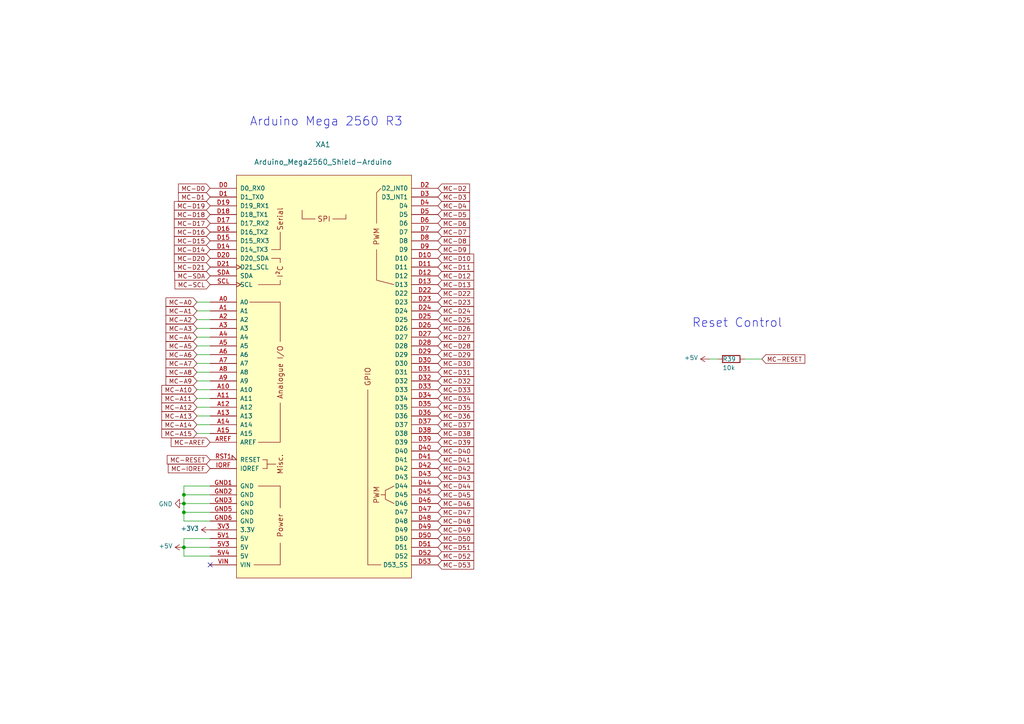
<source format=kicad_sch>
(kicad_sch (version 20230121) (generator eeschema)
  (paper "A4")
  (title_block (title "Pre-Ignition X2") (date "2023-06-15") (rev "B") (company "DetonationEMS"))
  (lib_symbols
    (symbol "Device:R" (pin_numbers hide) (pin_names (offset 0))
      (property "Reference" "R" (at 2.032 0 90))
      (property "Value" "R" (at 0 0 90))
      (symbol "R_0_1"
        (rectangle (start -1.016 -2.54) (end 1.016 2.54) (stroke (width 0.254)))
      )
      (symbol "R_1_1"
        (pin passive line (at 0 3.81 270) (length 1.27) (name "~") (number "1"))
        (pin passive line (at 0 -3.81 90) (length 1.27) (name "~") (number "2"))
      )
    )
    (symbol "Pre_Ignition-rescue:+3.3V-power" (power) (pin_names (offset 0))
      (property "Value" "+3.3V-power" (at 0 3.556 0))
      (symbol "+3.3V-power_0_1"
        (polyline (pts (xy -0.762 1.27) (xy 0 2.54)))
        (polyline (pts (xy 0 0) (xy 0 2.54)))
        (polyline (pts (xy 0 2.54) (xy 0.762 1.27)))
      )
      (symbol "+3.3V-power_1_1"
        (pin power_in line (at 0 0 90) (length 0) hide (name "+3V3") (number "1"))
      )
    )
    (symbol "Pre_Ignition-rescue:Arduino_Mega2560_IO_Only-1.0.0.0.0-rescue-Pre_Ignition-rescue-Pre_Ignition-rescue-Pre_Ignition-rescue-Pre_Ignition-rescue" (pin_names (offset 1.016))
      (property "Reference" "XA" (at 2.54 0 90))
      (property "Value" "Pre_Ignition-rescue_Arduino_Mega2560_IO_Only-1.0.0.0.0-rescue-Pre_Ignition-rescue-Pre_Ignition-rescue-Pre_Ignition-rescue" (at -2.54 0 90))
      (symbol "Arduino_Mega2560_IO_Only-1.0.0.0.0-rescue-Pre_Ignition-rescue-Pre_Ignition-rescue-Pre_Ignition-rescue-Pre_Ignition-rescue_0_0"
        (rectangle (start -25.4 -58.42) (end 25.4 58.42) (fill (type background)))
        (rectangle (start -20.32 -54.61) (end -12.7 -54.61))
        (rectangle (start -19.05 -31.75) (end -12.7 -31.75))
        (rectangle (start -19.05 -19.05) (end -12.7 -19.05))
        (rectangle (start -19.05 26.67) (end -12.7 26.67))
        (rectangle (start -17.78 -26.67) (end -16.51 -26.67))
        (rectangle (start -17.78 -24.13) (end -16.51 -24.13))
        (rectangle (start -16.51 -25.4) (end -13.97 -25.4))
        (rectangle (start -16.51 -24.13) (end -16.51 -26.67))
        (rectangle (start -15.24 34.29) (end -12.7 34.29))
        (rectangle (start -15.24 36.83) (end -12.7 36.83))
        (rectangle (start -12.7 -54.61) (end -12.7 -48.26))
        (rectangle (start -12.7 -31.75) (end -12.7 -38.1))
        (rectangle (start -12.7 26.67) (end -12.7 27.94))
        (rectangle (start -12.7 34.29) (end -12.7 33.02))
        (rectangle (start -12.7 41.91) (end -12.7 36.83))
        (rectangle (start -6.35 48.26) (end -6.35 45.72))
        (rectangle (start -2.54 45.72) (end -6.35 45.72))
        (polyline (pts (xy -21.59 21.59) (xy -12.7 21.59)))
        (polyline (pts (xy -12.7 -19.05) (xy -12.7 -7.62)))
        (polyline (pts (xy -12.7 10.16) (xy -12.7 21.59)))
        (polyline (pts (xy 12.7 -54.61) (xy 16.51 -54.61)))
        (polyline (pts (xy 17.78 -34.29) (xy 16.51 -34.29)))
        (polyline (pts (xy 15.24 36.83) (xy 15.24 27.94) (xy 20.32 26.67)))
        (polyline (pts (xy 15.24 44.45) (xy 15.24 53.34) (xy 16.51 54.61)))
        (polyline (pts (xy 20.32 -31.75) (xy 17.78 -33.02) (xy 17.78 -35.56) (xy 20.32 -36.83)))
        (rectangle (start 6.35 45.72) (end 2.54 45.72))
        (rectangle (start 6.35 46.99) (end 6.35 45.72))
        (text "Analogue I/O" (at -12.7 1.27 900) (effects (font (size 1.524 1.524))))
        (text "I²C" (at -12.7 30.48 900) (effects (font (size 1.524 1.524))))
        (text "Misc." (at -12.7 -25.4 900) (effects (font (size 1.524 1.524))))
        (text "Power" (at -12.7 -43.18 900) (effects (font (size 1.524 1.524))))
        (text "PWM" (at 15.24 -34.29 900) (effects (font (size 1.524 1.524))))
        (text "PWM" (at 15.24 40.64 900) (effects (font (size 1.524 1.524))))
        (text "Serial" (at -12.7 45.72 900) (effects (font (size 1.524 1.524))))
        (text "SPI" (at 0 45.72 0) (effects (font (size 1.524 1.524))))
      )
      (symbol "Arduino_Mega2560_IO_Only-1.0.0.0.0-rescue-Pre_Ignition-rescue-Pre_Ignition-rescue-Pre_Ignition-rescue-Pre_Ignition-rescue_1_0"
        (rectangle (start 12.7 -54.61) (end 12.7 -3.81))
        (text "GPIO" (at 12.7 0 900) (effects (font (size 1.524 1.524))))
      )
      (symbol "Arduino_Mega2560_IO_Only-1.0.0.0.0-rescue-Pre_Ignition-rescue-Pre_Ignition-rescue-Pre_Ignition-rescue-Pre_Ignition-rescue_1_1"
        (pin power_in line (at -33.02 -44.45 0) (length 7.62) (name "3.3V") (number "3V3"))
        (pin power_in line (at -33.02 -46.99 0) (length 7.62) (name "5V") (number "5V1"))
        (pin power_in line (at -33.02 -49.53 0) (length 7.62) (name "5V") (number "5V3"))
        (pin power_in line (at -33.02 -52.07 0) (length 7.62) (name "5V") (number "5V4"))
        (pin bidirectional line (at -33.02 21.59 0) (length 7.62) (name "A0") (number "A0"))
        (pin bidirectional line (at -33.02 19.05 0) (length 7.62) (name "A1") (number "A1"))
        (pin bidirectional line (at -33.02 -3.81 0) (length 7.62) (name "A10") (number "A10"))
        (pin bidirectional line (at -33.02 -6.35 0) (length 7.62) (name "A11") (number "A11"))
        (pin bidirectional line (at -33.02 -8.89 0) (length 7.62) (name "A12") (number "A12"))
        (pin bidirectional line (at -33.02 -11.43 0) (length 7.62) (name "A13") (number "A13"))
        (pin bidirectional line (at -33.02 -13.97 0) (length 7.62) (name "A14") (number "A14"))
        (pin bidirectional line (at -33.02 -16.51 0) (length 7.62) (name "A15") (number "A15"))
        (pin bidirectional line (at -33.02 16.51 0) (length 7.62) (name "A2") (number "A2"))
        (pin bidirectional line (at -33.02 13.97 0) (length 7.62) (name "A3") (number "A3"))
        (pin bidirectional line (at -33.02 11.43 0) (length 7.62) (name "A4") (number "A4"))
        (pin bidirectional line (at -33.02 8.89 0) (length 7.62) (name "A5") (number "A5"))
        (pin bidirectional line (at -33.02 6.35 0) (length 7.62) (name "A6") (number "A6"))
        (pin bidirectional line (at -33.02 3.81 0) (length 7.62) (name "A7") (number "A7"))
        (pin bidirectional line (at -33.02 1.27 0) (length 7.62) (name "A8") (number "A8"))
        (pin bidirectional line (at -33.02 -1.27 0) (length 7.62) (name "A9") (number "A9"))
        (pin input line (at -33.02 -19.05 0) (length 7.62) (name "AREF") (number "AREF"))
        (pin bidirectional line (at -33.02 54.61 0) (length 7.62) (name "D0_RX0") (number "D0"))
        (pin bidirectional line (at -33.02 52.07 0) (length 7.62) (name "D1_TX0") (number "D1"))
        (pin bidirectional line (at 33.02 34.29 180) (length 7.62) (name "D10") (number "D10"))
        (pin bidirectional line (at 33.02 31.75 180) (length 7.62) (name "D11") (number "D11"))
        (pin bidirectional line (at 33.02 29.21 180) (length 7.62) (name "D12") (number "D12"))
        (pin bidirectional line (at 33.02 26.67 180) (length 7.62) (name "D13") (number "D13"))
        (pin bidirectional line (at -33.02 36.83 0) (length 7.62) (name "D14_TX3") (number "D14"))
        (pin bidirectional line (at -33.02 39.37 0) (length 7.62) (name "D15_RX3") (number "D15"))
        (pin bidirectional line (at -33.02 41.91 0) (length 7.62) (name "D16_TX2") (number "D16"))
        (pin bidirectional line (at -33.02 44.45 0) (length 7.62) (name "D17_RX2") (number "D17"))
        (pin bidirectional line (at -33.02 46.99 0) (length 7.62) (name "D18_TX1") (number "D18"))
        (pin bidirectional line (at -33.02 49.53 0) (length 7.62) (name "D19_RX1") (number "D19"))
        (pin bidirectional line (at 33.02 54.61 180) (length 7.62) (name "D2_INT0") (number "D2"))
        (pin bidirectional line (at -33.02 34.29 0) (length 7.62) (name "D20_SDA") (number "D20"))
        (pin bidirectional clock (at -33.02 31.75 0) (length 7.62) (name "D21_SCL") (number "D21"))
        (pin bidirectional line (at 33.02 24.13 180) (length 7.62) (name "D22") (number "D22"))
        (pin bidirectional line (at 33.02 21.59 180) (length 7.62) (name "D23") (number "D23"))
        (pin bidirectional line (at 33.02 19.05 180) (length 7.62) (name "D24") (number "D24"))
        (pin bidirectional line (at 33.02 16.51 180) (length 7.62) (name "D25") (number "D25"))
        (pin bidirectional line (at 33.02 13.97 180) (length 7.62) (name "D26") (number "D26"))
        (pin bidirectional line (at 33.02 11.43 180) (length 7.62) (name "D27") (number "D27"))
        (pin bidirectional line (at 33.02 8.89 180) (length 7.62) (name "D28") (number "D28"))
        (pin bidirectional line (at 33.02 6.35 180) (length 7.62) (name "D29") (number "D29"))
        (pin bidirectional line (at 33.02 52.07 180) (length 7.62) (name "D3_INT1") (number "D3"))
        (pin bidirectional line (at 33.02 3.81 180) (length 7.62) (name "D30") (number "D30"))
        (pin bidirectional line (at 33.02 1.27 180) (length 7.62) (name "D31") (number "D31"))
        (pin bidirectional line (at 33.02 -1.27 180) (length 7.62) (name "D32") (number "D32"))
        (pin bidirectional line (at 33.02 -3.81 180) (length 7.62) (name "D33") (number "D33"))
        (pin bidirectional line (at 33.02 -6.35 180) (length 7.62) (name "D34") (number "D34"))
        (pin bidirectional line (at 33.02 -8.89 180) (length 7.62) (name "D35") (number "D35"))
        (pin bidirectional line (at 33.02 -11.43 180) (length 7.62) (name "D36") (number "D36"))
        (pin bidirectional line (at 33.02 -13.97 180) (length 7.62) (name "D37") (number "D37"))
        (pin bidirectional line (at 33.02 -16.51 180) (length 7.62) (name "D38") (number "D38"))
        (pin bidirectional line (at 33.02 -19.05 180) (length 7.62) (name "D39") (number "D39"))
        (pin bidirectional line (at 33.02 49.53 180) (length 7.62) (name "D4") (number "D4"))
        (pin bidirectional line (at 33.02 -21.59 180) (length 7.62) (name "D40") (number "D40"))
        (pin bidirectional line (at 33.02 -24.13 180) (length 7.62) (name "D41") (number "D41"))
        (pin bidirectional line (at 33.02 -26.67 180) (length 7.62) (name "D42") (number "D42"))
        (pin bidirectional line (at 33.02 -29.21 180) (length 7.62) (name "D43") (number "D43"))
        (pin bidirectional line (at 33.02 -31.75 180) (length 7.62) (name "D44") (number "D44"))
        (pin bidirectional line (at 33.02 -34.29 180) (length 7.62) (name "D45") (number "D45"))
        (pin bidirectional line (at 33.02 -36.83 180) (length 7.62) (name "D46") (number "D46"))
        (pin bidirectional line (at 33.02 -39.37 180) (length 7.62) (name "D47") (number "D47"))
        (pin bidirectional line (at 33.02 -41.91 180) (length 7.62) (name "D48") (number "D48"))
        (pin bidirectional line (at 33.02 -44.45 180) (length 7.62) (name "D49") (number "D49"))
        (pin bidirectional line (at 33.02 46.99 180) (length 7.62) (name "D5") (number "D5"))
        (pin bidirectional line (at 33.02 -46.99 180) (length 7.62) (name "D50") (number "D50"))
        (pin bidirectional line (at 33.02 -49.53 180) (length 7.62) (name "D51") (number "D51"))
        (pin bidirectional line (at 33.02 -52.07 180) (length 7.62) (name "D52") (number "D52"))
        (pin bidirectional line (at 33.02 -54.61 180) (length 7.62) (name "D53_SS") (number "D53"))
        (pin bidirectional line (at 33.02 44.45 180) (length 7.62) (name "D6") (number "D6"))
        (pin bidirectional line (at 33.02 41.91 180) (length 7.62) (name "D7") (number "D7"))
        (pin bidirectional line (at 33.02 39.37 180) (length 7.62) (name "D8") (number "D8"))
        (pin bidirectional line (at 33.02 36.83 180) (length 7.62) (name "D9") (number "D9"))
        (pin power_in line (at -33.02 -31.75 0) (length 7.62) (name "GND") (number "GND1"))
        (pin power_in line (at -33.02 -34.29 0) (length 7.62) (name "GND") (number "GND2"))
        (pin power_in line (at -33.02 -36.83 0) (length 7.62) (name "GND") (number "GND3"))
        (pin power_in line (at -33.02 -39.37 0) (length 7.62) (name "GND") (number "GND5"))
        (pin power_in line (at -33.02 -41.91 0) (length 7.62) (name "GND") (number "GND6"))
        (pin output line (at -33.02 -26.67 0) (length 7.62) (name "IOREF") (number "IORF"))
        (pin open_collector input_low (at -33.02 -24.13 0) (length 7.62) (name "RESET") (number "RST1"))
        (pin bidirectional clock (at -33.02 26.67 0) (length 7.62) (name "SCL") (number "SCL"))
        (pin bidirectional line (at -33.02 29.21 0) (length 7.62) (name "SDA") (number "SDA"))
        (pin power_in line (at -33.02 -54.61 0) (length 7.62) (name "VIN") (number "VIN"))
      )
    )
    (symbol "power:+5V" (power) (pin_names (offset 0))
      (property "Value" "+5V" (at 0 3.556 0))
      (symbol "+5V_0_1"
        (polyline (pts (xy -0.762 1.27) (xy 0 2.54)))
        (polyline (pts (xy 0 0) (xy 0 2.54)))
        (polyline (pts (xy 0 2.54) (xy 0.762 1.27)))
      )
      (symbol "+5V_1_1"
        (pin power_in line (at 0 0 90) (length 0) hide (name "+5V") (number "1"))
      )
    )
    (symbol "power:GND" (power) (pin_names (offset 0))
      (property "Value" "GND" (at 0 -3.81 0))
      (symbol "GND_0_1"
        (polyline (pts (xy 0 0) (xy 0 -1.27) (xy 1.27 -1.27) (xy 0 -2.54) (xy -1.27 -1.27) (xy 0 -1.27)))
      )
      (symbol "GND_1_1"
        (pin power_in line (at 0 0 270) (length 0) hide (name "GND") (number "1"))
      )
    )
  )
  (junction (at 53.34 146.05))
  (junction (at 53.34 158.75))
  (junction (at 53.34 143.51))
  (junction (at 53.34 148.59))
  (no_connect (at 60.96 163.83))
  (wire (pts (xy 57.15 118.11) (xy 60.96 118.11)))
  (wire (pts (xy 60.96 125.73) (xy 57.15 125.73)))
  (wire (pts (xy 60.96 115.57) (xy 57.15 115.57)))
  (wire (pts (xy 53.34 151.13) (xy 53.34 148.59)))
  (wire (pts (xy 57.15 92.71) (xy 60.96 92.71)))
  (wire (pts (xy 53.34 161.29) (xy 60.96 161.29)))
  (wire (pts (xy 208.28 104.14) (xy 205.74 104.14)))
  (wire (pts (xy 60.96 90.17) (xy 57.15 90.17)))
  (wire (pts (xy 53.34 158.75) (xy 53.34 161.29)))
  (wire (pts (xy 57.15 97.79) (xy 60.96 97.79)))
  (wire (pts (xy 60.96 120.65) (xy 57.15 120.65)))
  (wire (pts (xy 60.96 95.25) (xy 57.15 95.25)))
  (wire (pts (xy 215.9 104.14) (xy 220.98 104.14)))
  (wire (pts (xy 60.96 156.21) (xy 53.34 156.21)))
  (wire (pts (xy 53.34 156.21) (xy 53.34 158.75)))
  (wire (pts (xy 60.96 140.97) (xy 53.34 140.97)))
  (wire (pts (xy 60.96 158.75) (xy 53.34 158.75)))
  (wire (pts (xy 60.96 110.49) (xy 57.15 110.49)))
  (wire (pts (xy 57.15 102.87) (xy 60.96 102.87)))
  (wire (pts (xy 53.34 148.59) (xy 60.96 148.59)))
  (wire (pts (xy 53.34 143.51) (xy 53.34 146.05)))
  (wire (pts (xy 60.96 105.41) (xy 57.15 105.41)))
  (wire (pts (xy 60.96 146.05) (xy 53.34 146.05)))
  (wire (pts (xy 53.34 140.97) (xy 53.34 143.51)))
  (wire (pts (xy 60.96 100.33) (xy 57.15 100.33)))
  (wire (pts (xy 53.34 143.51) (xy 60.96 143.51)))
  (wire (pts (xy 60.96 151.13) (xy 53.34 151.13)))
  (wire (pts (xy 57.15 113.03) (xy 60.96 113.03)))
  (wire (pts (xy 57.15 107.95) (xy 60.96 107.95)))
  (wire (pts (xy 57.15 87.63) (xy 60.96 87.63)))
  (wire (pts (xy 57.15 123.19) (xy 60.96 123.19)))
  (wire (pts (xy 53.34 148.59) (xy 53.34 146.05)))
  (text "Arduino Mega 2560 R3" (at 72.39 36.83 0) (effects (font (size 2.54 2.54)) (justify left bottom)))
  (text "Reset Control" (at 200.66 95.25 0) (effects (font (size 2.54 2.54)) (justify left bottom)))
  (global_label "MC-D42" (shape input) (at 127 135.89 0) (property "Intersheetrefs" "${INTERSHEET_REFS}" (effects hide)))
  (global_label "MC-D19" (shape input) (at 60.96 59.69 180) (property "Intersheetrefs" "${INTERSHEET_REFS}" (effects hide)))
  (global_label "MC-D52" (shape input) (at 127 161.29 0) (property "Intersheetrefs" "${INTERSHEET_REFS}" (effects hide)))
  (global_label "MC-D18" (shape input) (at 60.96 62.23 180) (property "Intersheetrefs" "${INTERSHEET_REFS}" (effects hide)))
  (global_label "MC-D0" (shape input) (at 60.96 54.61 180) (property "Intersheetrefs" "${INTERSHEET_REFS}" (effects hide)))
  (global_label "MC-D34" (shape input) (at 127 115.57 0) (property "Intersheetrefs" "${INTERSHEET_REFS}" (effects hide)))
  (global_label "MC-AREF" (shape input) (at 60.96 128.27 180) (property "Intersheetrefs" "${INTERSHEET_REFS}" (effects hide)))
  (global_label "MC-SDA" (shape input) (at 60.96 80.01 180) (property "Intersheetrefs" "${INTERSHEET_REFS}" (effects hide)))
  (global_label "MC-D6" (shape input) (at 127 64.77 0) (property "Intersheetrefs" "${INTERSHEET_REFS}" (effects hide)))
  (global_label "MC-D47" (shape input) (at 127 148.59 0) (property "Intersheetrefs" "${INTERSHEET_REFS}" (effects hide)))
  (global_label "MC-D16" (shape input) (at 60.96 67.31 180) (property "Intersheetrefs" "${INTERSHEET_REFS}" (effects hide)))
  (global_label "MC-D3" (shape input) (at 127 57.15 0) (property "Intersheetrefs" "${INTERSHEET_REFS}" (effects hide)))
  (global_label "MC-RESET" (shape input) (at 60.96 133.35 180) (property "Intersheetrefs" "${INTERSHEET_REFS}" (effects hide)))
  (global_label "MC-D30" (shape input) (at 127 105.41 0) (property "Intersheetrefs" "${INTERSHEET_REFS}" (effects hide)))
  (global_label "MC-D29" (shape input) (at 127 102.87 0) (property "Intersheetrefs" "${INTERSHEET_REFS}" (effects hide)))
  (global_label "MC-D25" (shape input) (at 127 92.71 0) (property "Intersheetrefs" "${INTERSHEET_REFS}" (effects hide)))
  (global_label "MC-A3" (shape input) (at 57.15 95.25 180) (property "Intersheetrefs" "${INTERSHEET_REFS}" (effects hide)))
  (global_label "MC-D37" (shape input) (at 127 123.19 0) (property "Intersheetrefs" "${INTERSHEET_REFS}" (effects hide)))
  (global_label "MC-D10" (shape input) (at 127 74.93 0) (property "Intersheetrefs" "${INTERSHEET_REFS}" (effects hide)))
  (global_label "MC-D27" (shape input) (at 127 97.79 0) (property "Intersheetrefs" "${INTERSHEET_REFS}" (effects hide)))
  (global_label "MC-D45" (shape input) (at 127 143.51 0) (property "Intersheetrefs" "${INTERSHEET_REFS}" (effects hide)))
  (global_label "MC-D50" (shape input) (at 127 156.21 0) (property "Intersheetrefs" "${INTERSHEET_REFS}" (effects hide)))
  (global_label "MC-D26" (shape input) (at 127 95.25 0) (property "Intersheetrefs" "${INTERSHEET_REFS}" (effects hide)))
  (global_label "MC-A6" (shape input) (at 57.15 102.87 180) (property "Intersheetrefs" "${INTERSHEET_REFS}" (effects hide)))
  (global_label "MC-D17" (shape input) (at 60.96 64.77 180) (property "Intersheetrefs" "${INTERSHEET_REFS}" (effects hide)))
  (global_label "MC-D2" (shape input) (at 127 54.61 0) (property "Intersheetrefs" "${INTERSHEET_REFS}" (effects hide)))
  (global_label "MC-D24" (shape input) (at 127 90.17 0) (property "Intersheetrefs" "${INTERSHEET_REFS}" (effects hide)))
  (global_label "MC-SCL" (shape input) (at 60.96 82.55 180) (property "Intersheetrefs" "${INTERSHEET_REFS}" (effects hide)))
  (global_label "MC-D53" (shape input) (at 127 163.83 0) (property "Intersheetrefs" "${INTERSHEET_REFS}" (effects hide)))
  (global_label "MC-D32" (shape input) (at 127 110.49 0) (property "Intersheetrefs" "${INTERSHEET_REFS}" (effects hide)))
  (global_label "MC-A8" (shape input) (at 57.15 107.95 180) (property "Intersheetrefs" "${INTERSHEET_REFS}" (effects hide)))
  (global_label "MC-D28" (shape input) (at 127 100.33 0) (property "Intersheetrefs" "${INTERSHEET_REFS}" (effects hide)))
  (global_label "MC-D12" (shape input) (at 127 80.01 0) (property "Intersheetrefs" "${INTERSHEET_REFS}" (effects hide)))
  (global_label "MC-D38" (shape input) (at 127 125.73 0) (property "Intersheetrefs" "${INTERSHEET_REFS}" (effects hide)))
  (global_label "MC-D44" (shape input) (at 127 140.97 0) (property "Intersheetrefs" "${INTERSHEET_REFS}" (effects hide)))
  (global_label "MC-D8" (shape input) (at 127 69.85 0) (property "Intersheetrefs" "${INTERSHEET_REFS}" (effects hide)))
  (global_label "MC-D36" (shape input) (at 127 120.65 0) (property "Intersheetrefs" "${INTERSHEET_REFS}" (effects hide)))
  (global_label "MC-A12" (shape input) (at 57.15 118.11 180) (property "Intersheetrefs" "${INTERSHEET_REFS}" (effects hide)))
  (global_label "MC-D7" (shape input) (at 127 67.31 0) (property "Intersheetrefs" "${INTERSHEET_REFS}" (effects hide)))
  (global_label "MC-D14" (shape input) (at 60.96 72.39 180) (property "Intersheetrefs" "${INTERSHEET_REFS}" (effects hide)))
  (global_label "MC-RESET" (shape input) (at 220.98 104.14 0) (property "Intersheetrefs" "${INTERSHEET_REFS}" (effects hide)))
  (global_label "MC-A13" (shape input) (at 57.15 120.65 180) (property "Intersheetrefs" "${INTERSHEET_REFS}" (effects hide)))
  (global_label "MC-A15" (shape input) (at 57.15 125.73 180) (property "Intersheetrefs" "${INTERSHEET_REFS}" (effects hide)))
  (global_label "MC-D11" (shape input) (at 127 77.47 0) (property "Intersheetrefs" "${INTERSHEET_REFS}" (effects hide)))
  (global_label "MC-D15" (shape input) (at 60.96 69.85 180) (property "Intersheetrefs" "${INTERSHEET_REFS}" (effects hide)))
  (global_label "MC-D48" (shape input) (at 127 151.13 0) (property "Intersheetrefs" "${INTERSHEET_REFS}" (effects hide)))
  (global_label "MC-D13" (shape input) (at 127 82.55 0) (property "Intersheetrefs" "${INTERSHEET_REFS}" (effects hide)))
  (global_label "MC-D31" (shape input) (at 127 107.95 0) (property "Intersheetrefs" "${INTERSHEET_REFS}" (effects hide)))
  (global_label "MC-D23" (shape input) (at 127 87.63 0) (property "Intersheetrefs" "${INTERSHEET_REFS}" (effects hide)))
  (global_label "MC-A4" (shape input) (at 57.15 97.79 180) (property "Intersheetrefs" "${INTERSHEET_REFS}" (effects hide)))
  (global_label "MC-A1" (shape input) (at 57.15 90.17 180) (property "Intersheetrefs" "${INTERSHEET_REFS}" (effects hide)))
  (global_label "MC-D40" (shape input) (at 127 130.81 0) (property "Intersheetrefs" "${INTERSHEET_REFS}" (effects hide)))
  (global_label "MC-D46" (shape input) (at 127 146.05 0) (property "Intersheetrefs" "${INTERSHEET_REFS}" (effects hide)))
  (global_label "MC-D39" (shape input) (at 127 128.27 0) (property "Intersheetrefs" "${INTERSHEET_REFS}" (effects hide)))
  (global_label "MC-D21" (shape input) (at 60.96 77.47 180) (property "Intersheetrefs" "${INTERSHEET_REFS}" (effects hide)))
  (global_label "MC-D9" (shape input) (at 127 72.39 0) (property "Intersheetrefs" "${INTERSHEET_REFS}" (effects hide)))
  (global_label "MC-A5" (shape input) (at 57.15 100.33 180) (property "Intersheetrefs" "${INTERSHEET_REFS}" (effects hide)))
  (global_label "MC-A0" (shape input) (at 57.15 87.63 180) (property "Intersheetrefs" "${INTERSHEET_REFS}" (effects hide)))
  (global_label "MC-A11" (shape input) (at 57.15 115.57 180) (property "Intersheetrefs" "${INTERSHEET_REFS}" (effects hide)))
  (global_label "MC-D22" (shape input) (at 127 85.09 0) (property "Intersheetrefs" "${INTERSHEET_REFS}" (effects hide)))
  (global_label "MC-D43" (shape input) (at 127 138.43 0) (property "Intersheetrefs" "${INTERSHEET_REFS}" (effects hide)))
  (global_label "MC-D51" (shape input) (at 127 158.75 0) (property "Intersheetrefs" "${INTERSHEET_REFS}" (effects hide)))
  (global_label "MC-A2" (shape input) (at 57.15 92.71 180) (property "Intersheetrefs" "${INTERSHEET_REFS}" (effects hide)))
  (global_label "MC-D5" (shape input) (at 127 62.23 0) (property "Intersheetrefs" "${INTERSHEET_REFS}" (effects hide)))
  (global_label "MC-D41" (shape input) (at 127 133.35 0) (property "Intersheetrefs" "${INTERSHEET_REFS}" (effects hide)))
  (global_label "MC-D20" (shape input) (at 60.96 74.93 180) (property "Intersheetrefs" "${INTERSHEET_REFS}" (effects hide)))
  (global_label "MC-D4" (shape input) (at 127 59.69 0) (property "Intersheetrefs" "${INTERSHEET_REFS}" (effects hide)))
  (global_label "MC-A9" (shape input) (at 57.15 110.49 180) (property "Intersheetrefs" "${INTERSHEET_REFS}" (effects hide)))
  (global_label "MC-A7" (shape input) (at 57.15 105.41 180) (property "Intersheetrefs" "${INTERSHEET_REFS}" (effects hide)))
  (global_label "MC-D33" (shape input) (at 127 113.03 0) (property "Intersheetrefs" "${INTERSHEET_REFS}" (effects hide)))
  (global_label "MC-A10" (shape input) (at 57.15 113.03 180) (property "Intersheetrefs" "${INTERSHEET_REFS}" (effects hide)))
  (global_label "MC-D49" (shape input) (at 127 153.67 0) (property "Intersheetrefs" "${INTERSHEET_REFS}" (effects hide)))
  (global_label "MC-D1" (shape input) (at 60.96 57.15 180) (property "Intersheetrefs" "${INTERSHEET_REFS}" (effects hide)))
  (global_label "MC-D35" (shape input) (at 127 118.11 0) (property "Intersheetrefs" "${INTERSHEET_REFS}" (effects hide)))
  (global_label "MC-IOREF" (shape input) (at 60.96 135.89 180) (property "Intersheetrefs" "${INTERSHEET_REFS}" (effects hide)))
  (global_label "MC-A14" (shape input) (at 57.15 123.19 180) (property "Intersheetrefs" "${INTERSHEET_REFS}" (effects hide)))
  (symbol (lib_id "power:+5V") (at 53.34 158.75 90) (unit 1)
    (property "Reference" "#PWR0108" (effects hide))
    (property "Value" "+5V" (at 50.0888 158.369 90) (effects (justify left)))
    (instances (project "Pre_Ignition" (path "" (reference "#PWR0108") (unit 1)) (path "" (reference "#PWR014") (unit 1))))
  )
  (symbol (lib_id "power:+5V") (at 205.74 104.14 90) (unit 1)
    (property "Reference" "#PWR0110" (effects hide))
    (property "Value" "+5V" (at 202.4888 103.759 90) (effects (justify left)))
    (instances (project "Pre_Ignition" (path "" (reference "#PWR0110") (unit 1)) (path "" (reference "#PWR025") (unit 1))))
  )
  (symbol (lib_id "Pre_Ignition-rescue:Arduino_Mega2560_IO_Only-1.0.0.0.0-rescue-Pre_Ignition-rescue-Pre_Ignition-rescue-Pre_Ignition-rescue-Pre_Ignition-rescue") (at 93.98 109.22 0) (unit 1)
    (property "Reference" "XA1" (at 91.44 41.91 0) (effects (font (size 1.524 1.524)) (justify left)))
    (property "Value" "Arduino_Mega2560_Shield-Arduino" (at 73.66 46.99 0) (effects (font (size 1.524 1.524)) (justify left)))
    (property "Footprint" "MyLibs:Arduino_Mega2560_Shield_IO_Only_No_Silk_Screen" (effects hide))
  )
  (symbol (lib_id "power:GND") (at 53.34 146.05 270) (unit 1)
    (property "Reference" "#PWR0107" (effects hide))
    (property "Value" "GND" (at 50.0888 146.177 90) (effects (justify right)))
    (instances (project "Pre_Ignition" (path "" (reference "#PWR0107") (unit 1)) (path "" (reference "#PWR013") (unit 1))))
  )
  (symbol (lib_id "Pre_Ignition-rescue:+3.3V-power") (at 60.96 153.67 90) (unit 1)
    (property "Reference" "#PWR0147" (effects hide))
    (property "Value" "+3.3V" (at 57.7088 153.289 90) (effects (justify left)))
    (instances (project "Pre_Ignition" (path "" (reference "#PWR0147") (unit 1)) (path "" (reference "#PWR015") (unit 1))))
  )
  (symbol (lib_id "Device:R") (at 212.09 104.14 270) (unit 1)
    (property "Reference" "R39" (at 209.55 104.14 90) (effects (justify left)))
    (property "Value" "10k" (at 209.55 106.68 90) (effects (justify left)))
    (property "Footprint" "Resistor_SMD:R_0603_1608Metric" (effects hide))
    (property "LCSC" "C25804" (effects hide))
  )
)
</source>
